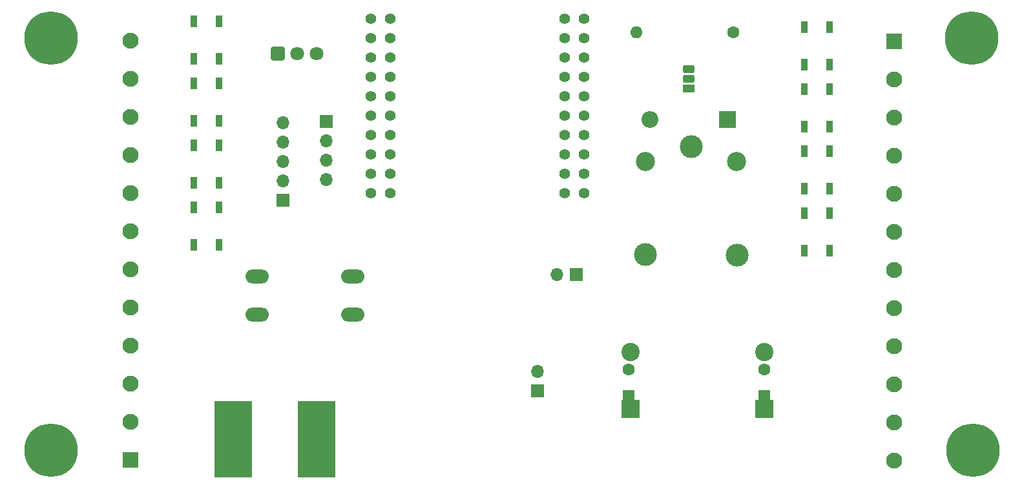
<source format=gts>
G04 #@! TF.GenerationSoftware,KiCad,Pcbnew,7.0.5-4d25ed1034~172~ubuntu22.04.1*
G04 #@! TF.CreationDate,2023-07-02T14:20:33+02:00*
G04 #@! TF.ProjectId,ESP32_mini_8Port_WLED,45535033-325f-46d6-996e-695f38506f72,rev?*
G04 #@! TF.SameCoordinates,Original*
G04 #@! TF.FileFunction,Soldermask,Top*
G04 #@! TF.FilePolarity,Negative*
%FSLAX46Y46*%
G04 Gerber Fmt 4.6, Leading zero omitted, Abs format (unit mm)*
G04 Created by KiCad (PCBNEW 7.0.5-4d25ed1034~172~ubuntu22.04.1) date 2023-07-02 14:20:33*
%MOMM*%
%LPD*%
G01*
G04 APERTURE LIST*
G04 Aperture macros list*
%AMRoundRect*
0 Rectangle with rounded corners*
0 $1 Rounding radius*
0 $2 $3 $4 $5 $6 $7 $8 $9 X,Y pos of 4 corners*
0 Add a 4 corners polygon primitive as box body*
4,1,4,$2,$3,$4,$5,$6,$7,$8,$9,$2,$3,0*
0 Add four circle primitives for the rounded corners*
1,1,$1+$1,$2,$3*
1,1,$1+$1,$4,$5*
1,1,$1+$1,$6,$7*
1,1,$1+$1,$8,$9*
0 Add four rect primitives between the rounded corners*
20,1,$1+$1,$2,$3,$4,$5,0*
20,1,$1+$1,$4,$5,$6,$7,0*
20,1,$1+$1,$6,$7,$8,$9,0*
20,1,$1+$1,$8,$9,$2,$3,0*%
G04 Aperture macros list end*
%ADD10R,1.600000X1.600000*%
%ADD11C,1.600000*%
%ADD12R,2.100000X2.100000*%
%ADD13C,2.100000*%
%ADD14R,1.700000X1.700000*%
%ADD15O,1.700000X1.700000*%
%ADD16C,0.800000*%
%ADD17C,7.000000*%
%ADD18C,1.400000*%
%ADD19O,1.600000X1.600000*%
%ADD20RoundRect,0.250200X-0.649800X-0.649800X0.649800X-0.649800X0.649800X0.649800X-0.649800X0.649800X0*%
%ADD21C,1.800000*%
%ADD22R,0.900000X1.500000*%
%ADD23O,3.048000X1.850000*%
%ADD24R,2.400000X2.400000*%
%ADD25C,2.400000*%
%ADD26R,5.000000X10.000000*%
%ADD27R,2.200000X2.200000*%
%ADD28O,2.200000X2.200000*%
%ADD29C,3.000000*%
%ADD30C,2.500000*%
%ADD31R,1.500000X1.050000*%
%ADD32RoundRect,0.262500X0.487500X-0.262500X0.487500X0.262500X-0.487500X0.262500X-0.487500X-0.262500X0*%
G04 APERTURE END LIST*
D10*
X173482000Y-128214000D03*
D11*
X173482000Y-124714000D03*
D12*
X190500000Y-81680000D03*
D13*
X190500000Y-86680000D03*
X190500000Y-91680000D03*
X190500000Y-96680000D03*
X190500000Y-101680000D03*
X190500000Y-106680000D03*
X190500000Y-111680000D03*
X190500000Y-116680000D03*
X190500000Y-121680000D03*
X190500000Y-126680000D03*
X190500000Y-131680000D03*
X190500000Y-136680000D03*
D14*
X110370000Y-102510000D03*
D15*
X110370000Y-99970000D03*
X110370000Y-97430000D03*
X110370000Y-94890000D03*
X110370000Y-92350000D03*
D12*
X90424000Y-136586000D03*
D13*
X90424000Y-131586000D03*
X90424000Y-126586000D03*
X90424000Y-121586000D03*
X90424000Y-116586000D03*
X90424000Y-111586000D03*
X90424000Y-106586000D03*
X90424000Y-101586000D03*
X90424000Y-96586000D03*
X90424000Y-91586000D03*
X90424000Y-86586000D03*
X90424000Y-81586000D03*
D16*
X198035000Y-81280000D03*
X198803845Y-79423845D03*
X198803845Y-83136155D03*
X200660000Y-78655000D03*
D17*
X200660000Y-81280000D03*
X200660000Y-81280000D03*
D16*
X200660000Y-83905000D03*
X202516155Y-79423845D03*
X202516155Y-83136155D03*
X203285000Y-81280000D03*
D18*
X121920000Y-78740000D03*
X124460000Y-78740000D03*
X121920000Y-81280000D03*
X124460000Y-81280000D03*
X121920000Y-83820000D03*
X124460000Y-83820000D03*
X121920000Y-86360000D03*
X124460000Y-86360000D03*
X121920000Y-88900000D03*
X124460000Y-88900000D03*
X121920000Y-91440000D03*
X124460000Y-91440000D03*
X121920000Y-93980000D03*
X124460000Y-93980000D03*
X121920000Y-96520000D03*
X124460000Y-96520000D03*
X121920000Y-99060000D03*
X124460000Y-99060000D03*
X121920000Y-101600000D03*
X124460000Y-101600000D03*
X147320000Y-78740000D03*
X149860000Y-78740000D03*
X147320000Y-81280000D03*
X149860000Y-81280000D03*
X147320000Y-83820000D03*
X149860000Y-83820000D03*
X147320000Y-86360000D03*
X149860000Y-86360000D03*
X147320000Y-88900000D03*
X149860000Y-88900000D03*
X147320000Y-91440000D03*
X149860000Y-91440000D03*
X147320000Y-93980000D03*
X149860000Y-93980000D03*
X147320000Y-96520000D03*
X149860000Y-96520000D03*
X147320000Y-99060000D03*
X149860000Y-99060000D03*
X147320000Y-101600000D03*
X149860000Y-101600000D03*
D14*
X116103000Y-92212000D03*
D15*
X116103000Y-94752000D03*
X116103000Y-97292000D03*
X116103000Y-99832000D03*
D10*
X155702000Y-128214000D03*
D11*
X155702000Y-124714000D03*
X169418000Y-80518000D03*
D19*
X156718000Y-80518000D03*
D20*
X109728000Y-83303000D03*
D21*
X112268000Y-83303000D03*
X114808000Y-83303000D03*
D22*
X98680000Y-108368000D03*
X101980000Y-108368000D03*
X101980000Y-103468000D03*
X98680000Y-103468000D03*
D23*
X119524000Y-117562000D03*
X107024000Y-117562000D03*
X119524000Y-112562000D03*
X107024000Y-112562000D03*
D24*
X173482000Y-129928000D03*
D25*
X173482000Y-122428000D03*
D26*
X103886000Y-133858000D03*
D22*
X178690000Y-101002000D03*
X181990000Y-101002000D03*
X181990000Y-96102000D03*
X178690000Y-96102000D03*
D24*
X155956000Y-129928000D03*
D25*
X155956000Y-122428000D03*
D27*
X168656000Y-91948000D03*
D28*
X158496000Y-91948000D03*
D22*
X98680000Y-100240000D03*
X101980000Y-100240000D03*
X101980000Y-95340000D03*
X98680000Y-95340000D03*
D14*
X148844000Y-112268000D03*
D15*
X146304000Y-112268000D03*
D29*
X163926000Y-95528000D03*
D30*
X157876000Y-97478000D03*
D29*
X157876000Y-109678000D03*
X169926000Y-109728000D03*
D30*
X169876000Y-97478000D03*
D22*
X178690000Y-109130000D03*
X181990000Y-109130000D03*
X181990000Y-104230000D03*
X178690000Y-104230000D03*
X178690000Y-84746000D03*
X181990000Y-84746000D03*
X181990000Y-79846000D03*
X178690000Y-79846000D03*
D31*
X163576000Y-87884000D03*
D32*
X163576000Y-86614000D03*
X163576000Y-85344000D03*
D22*
X98680000Y-83984000D03*
X101980000Y-83984000D03*
X101980000Y-79084000D03*
X98680000Y-79084000D03*
D14*
X143764000Y-127508000D03*
D15*
X143764000Y-124968000D03*
D22*
X178690000Y-92874000D03*
X181990000Y-92874000D03*
X181990000Y-87974000D03*
X178690000Y-87974000D03*
D16*
X77385000Y-135297000D03*
X78153845Y-133440845D03*
X78153845Y-137153155D03*
X80010000Y-132672000D03*
D17*
X80010000Y-135297000D03*
X80010000Y-135297000D03*
D16*
X80010000Y-137922000D03*
X81866155Y-133440845D03*
X81866155Y-137153155D03*
X82635000Y-135297000D03*
D22*
X98680000Y-92112000D03*
X101980000Y-92112000D03*
X101980000Y-87212000D03*
X98680000Y-87212000D03*
D16*
X77385000Y-81280000D03*
X78153845Y-79423845D03*
X78153845Y-83136155D03*
X80010000Y-78655000D03*
D17*
X80010000Y-81280000D03*
X80010000Y-81280000D03*
D16*
X80010000Y-83905000D03*
X81866155Y-79423845D03*
X81866155Y-83136155D03*
X82635000Y-81280000D03*
D26*
X114808000Y-133858000D03*
D16*
X198210845Y-135303845D03*
X198979690Y-133447690D03*
X198979690Y-137160000D03*
X200835845Y-132678845D03*
D17*
X200835845Y-135303845D03*
X200835845Y-135303845D03*
D16*
X200835845Y-137928845D03*
X202692000Y-133447690D03*
X202692000Y-137160000D03*
X203460845Y-135303845D03*
M02*

</source>
